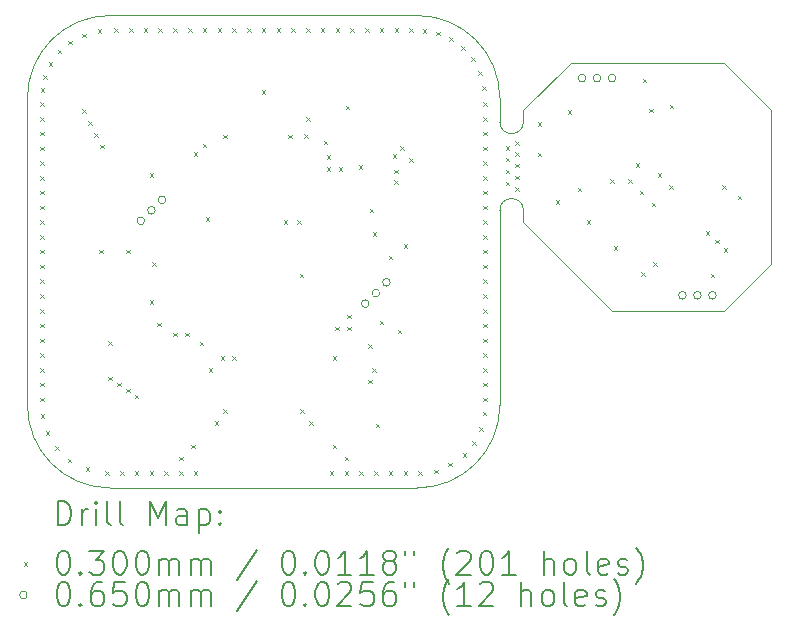
<source format=gbr>
%TF.GenerationSoftware,KiCad,Pcbnew,9.0.3-9.0.3-0~ubuntu24.04.1*%
%TF.CreationDate,2025-07-13T16:36:45+02:00*%
%TF.ProjectId,PCBWatch,50434257-6174-4636-982e-6b696361645f,rev?*%
%TF.SameCoordinates,Original*%
%TF.FileFunction,Drillmap*%
%TF.FilePolarity,Positive*%
%FSLAX45Y45*%
G04 Gerber Fmt 4.5, Leading zero omitted, Abs format (unit mm)*
G04 Created by KiCad (PCBNEW 9.0.3-9.0.3-0~ubuntu24.04.1) date 2025-07-13 16:36:45*
%MOMM*%
%LPD*%
G01*
G04 APERTURE LIST*
%ADD10C,0.050000*%
%ADD11C,0.200000*%
%ADD12C,0.100000*%
G04 APERTURE END LIST*
D10*
X3300000Y0D02*
X700000Y0D01*
X0Y-700000D02*
G75*
G02*
X700000Y0I700000J0D01*
G01*
X4950000Y-2500000D02*
X4200000Y-1750000D01*
X5900000Y-400000D02*
X4600000Y-400000D01*
X4600000Y-400000D02*
X4200000Y-800000D01*
X4000000Y-1650000D02*
G75*
G02*
X4200000Y-1650000I100000J0D01*
G01*
X4000000Y-3300000D02*
G75*
G02*
X3300000Y-4000000I-700000J0D01*
G01*
X3300000Y0D02*
G75*
G02*
X4000000Y-700000I0J-700000D01*
G01*
X700000Y-4000000D02*
X3300000Y-4000000D01*
X0Y-700000D02*
X0Y-3300000D01*
X4000000Y-700000D02*
X4000000Y-900000D01*
X4200000Y-1650000D02*
X4200000Y-1750000D01*
X4200000Y-900000D02*
G75*
G02*
X4000000Y-900000I-100000J0D01*
G01*
X4200000Y-900000D02*
X4200000Y-800000D01*
X5900000Y-2500000D02*
X6300000Y-2100000D01*
X4000000Y-1650000D02*
X4000000Y-3300000D01*
X700000Y-4000000D02*
G75*
G02*
X0Y-3300000I0J700000D01*
G01*
X6300000Y-800000D02*
X5900000Y-400000D01*
X6300000Y-2100000D02*
X6300000Y-800000D01*
X4950000Y-2500000D02*
X5900000Y-2500000D01*
D11*
D12*
X110000Y-735000D02*
X140000Y-765000D01*
X140000Y-735000D02*
X110000Y-765000D01*
X110000Y-860000D02*
X140000Y-890000D01*
X140000Y-860000D02*
X110000Y-890000D01*
X110000Y-985000D02*
X140000Y-1015000D01*
X140000Y-985000D02*
X110000Y-1015000D01*
X110000Y-1110000D02*
X140000Y-1140000D01*
X140000Y-1110000D02*
X110000Y-1140000D01*
X110000Y-1235000D02*
X140000Y-1265000D01*
X140000Y-1235000D02*
X110000Y-1265000D01*
X110000Y-1360000D02*
X140000Y-1390000D01*
X140000Y-1360000D02*
X110000Y-1390000D01*
X110000Y-1485000D02*
X140000Y-1515000D01*
X140000Y-1485000D02*
X110000Y-1515000D01*
X110000Y-1610000D02*
X140000Y-1640000D01*
X140000Y-1610000D02*
X110000Y-1640000D01*
X110000Y-1735000D02*
X140000Y-1765000D01*
X140000Y-1735000D02*
X110000Y-1765000D01*
X110000Y-1860000D02*
X140000Y-1890000D01*
X140000Y-1860000D02*
X110000Y-1890000D01*
X110000Y-1985000D02*
X140000Y-2015000D01*
X140000Y-1985000D02*
X110000Y-2015000D01*
X110000Y-2110000D02*
X140000Y-2140000D01*
X140000Y-2110000D02*
X110000Y-2140000D01*
X110000Y-2235000D02*
X140000Y-2265000D01*
X140000Y-2235000D02*
X110000Y-2265000D01*
X110000Y-2360000D02*
X140000Y-2390000D01*
X140000Y-2360000D02*
X110000Y-2390000D01*
X110000Y-2485000D02*
X140000Y-2515000D01*
X140000Y-2485000D02*
X110000Y-2515000D01*
X110000Y-2610000D02*
X140000Y-2640000D01*
X140000Y-2610000D02*
X110000Y-2640000D01*
X110000Y-2735000D02*
X140000Y-2765000D01*
X140000Y-2735000D02*
X110000Y-2765000D01*
X110000Y-2860000D02*
X140000Y-2890000D01*
X140000Y-2860000D02*
X110000Y-2890000D01*
X110000Y-2985000D02*
X140000Y-3015000D01*
X140000Y-2985000D02*
X110000Y-3015000D01*
X110000Y-3110000D02*
X140000Y-3140000D01*
X140000Y-3110000D02*
X110000Y-3140000D01*
X110000Y-3235000D02*
X140000Y-3265000D01*
X140000Y-3235000D02*
X110000Y-3265000D01*
X112524Y-3375418D02*
X142524Y-3405418D01*
X142524Y-3375418D02*
X112524Y-3405418D01*
X113472Y-616373D02*
X143472Y-646373D01*
X143472Y-616373D02*
X113472Y-646373D01*
X135963Y-506563D02*
X165963Y-536563D01*
X165963Y-506563D02*
X135963Y-536563D01*
X156343Y-3518304D02*
X186343Y-3548304D01*
X186343Y-3518304D02*
X156343Y-3548304D01*
X182269Y-396752D02*
X212269Y-426752D01*
X212269Y-396752D02*
X182269Y-426752D01*
X234454Y-3647854D02*
X264454Y-3677854D01*
X264454Y-3647854D02*
X234454Y-3677854D01*
X257681Y-290911D02*
X287681Y-320911D01*
X287681Y-290911D02*
X257681Y-320911D01*
X343047Y-3754542D02*
X373047Y-3784542D01*
X373047Y-3754542D02*
X343047Y-3784542D01*
X346323Y-212853D02*
X376323Y-242853D01*
X376323Y-212853D02*
X346323Y-242853D01*
X464071Y-153317D02*
X494071Y-183317D01*
X494071Y-153317D02*
X464071Y-183317D01*
X465000Y-795000D02*
X495000Y-825000D01*
X495000Y-795000D02*
X465000Y-825000D01*
X493553Y-3826937D02*
X523553Y-3856937D01*
X523553Y-3826937D02*
X493553Y-3856937D01*
X515000Y-895000D02*
X545000Y-925000D01*
X545000Y-895000D02*
X515000Y-925000D01*
X565000Y-995000D02*
X595000Y-1025000D01*
X595000Y-995000D02*
X565000Y-1025000D01*
X593727Y-117596D02*
X623727Y-147596D01*
X623727Y-117596D02*
X593727Y-147596D01*
X610000Y-1985000D02*
X640000Y-2015000D01*
X640000Y-1985000D02*
X610000Y-2015000D01*
X615000Y-1095000D02*
X645000Y-1125000D01*
X645000Y-1095000D02*
X615000Y-1125000D01*
X660000Y-3860000D02*
X690000Y-3890000D01*
X690000Y-3860000D02*
X660000Y-3890000D01*
X685000Y-2760000D02*
X715000Y-2790000D01*
X715000Y-2760000D02*
X685000Y-2790000D01*
X685000Y-3060000D02*
X715000Y-3090000D01*
X715000Y-3060000D02*
X685000Y-3090000D01*
X735000Y-110000D02*
X765000Y-140000D01*
X765000Y-110000D02*
X735000Y-140000D01*
X760000Y-3110000D02*
X790000Y-3140000D01*
X790000Y-3110000D02*
X760000Y-3140000D01*
X785000Y-3860000D02*
X815000Y-3890000D01*
X815000Y-3860000D02*
X785000Y-3890000D01*
X835000Y-1985000D02*
X865000Y-2015000D01*
X865000Y-1985000D02*
X835000Y-2015000D01*
X835000Y-3160000D02*
X865000Y-3190000D01*
X865000Y-3160000D02*
X835000Y-3190000D01*
X860000Y-110000D02*
X890000Y-140000D01*
X890000Y-110000D02*
X860000Y-140000D01*
X910000Y-3210000D02*
X940000Y-3240000D01*
X940000Y-3210000D02*
X910000Y-3240000D01*
X910000Y-3860000D02*
X940000Y-3890000D01*
X940000Y-3860000D02*
X910000Y-3890000D01*
X985000Y-110000D02*
X1015000Y-140000D01*
X1015000Y-110000D02*
X985000Y-140000D01*
X1035000Y-1335000D02*
X1065000Y-1365000D01*
X1065000Y-1335000D02*
X1035000Y-1365000D01*
X1035000Y-2410000D02*
X1065000Y-2440000D01*
X1065000Y-2410000D02*
X1035000Y-2440000D01*
X1035000Y-3860000D02*
X1065000Y-3890000D01*
X1065000Y-3860000D02*
X1035000Y-3890000D01*
X1054782Y-2089519D02*
X1084782Y-2119519D01*
X1084782Y-2089519D02*
X1054782Y-2119519D01*
X1100958Y-2600958D02*
X1130958Y-2630958D01*
X1130958Y-2600958D02*
X1100958Y-2630958D01*
X1110000Y-110000D02*
X1140000Y-140000D01*
X1140000Y-110000D02*
X1110000Y-140000D01*
X1160000Y-3860000D02*
X1190000Y-3890000D01*
X1190000Y-3860000D02*
X1160000Y-3890000D01*
X1235000Y-110000D02*
X1265000Y-140000D01*
X1265000Y-110000D02*
X1235000Y-140000D01*
X1235000Y-2685000D02*
X1265000Y-2715000D01*
X1265000Y-2685000D02*
X1235000Y-2715000D01*
X1285000Y-3735000D02*
X1315000Y-3765000D01*
X1315000Y-3735000D02*
X1285000Y-3765000D01*
X1285000Y-3860000D02*
X1315000Y-3890000D01*
X1315000Y-3860000D02*
X1285000Y-3890000D01*
X1335000Y-2685000D02*
X1365000Y-2715000D01*
X1365000Y-2685000D02*
X1335000Y-2715000D01*
X1360000Y-110000D02*
X1390000Y-140000D01*
X1390000Y-110000D02*
X1360000Y-140000D01*
X1385000Y-3635000D02*
X1415000Y-3665000D01*
X1415000Y-3635000D02*
X1385000Y-3665000D01*
X1410000Y-1160000D02*
X1440000Y-1190000D01*
X1440000Y-1160000D02*
X1410000Y-1190000D01*
X1410000Y-3860000D02*
X1440000Y-3890000D01*
X1440000Y-3860000D02*
X1410000Y-3890000D01*
X1457470Y-2762896D02*
X1487470Y-2792896D01*
X1487470Y-2762896D02*
X1457470Y-2792896D01*
X1485000Y-110000D02*
X1515000Y-140000D01*
X1515000Y-110000D02*
X1485000Y-140000D01*
X1485000Y-1085000D02*
X1515000Y-1115000D01*
X1515000Y-1085000D02*
X1485000Y-1115000D01*
X1510000Y-1710000D02*
X1540000Y-1740000D01*
X1540000Y-1710000D02*
X1510000Y-1740000D01*
X1535000Y-2985000D02*
X1565000Y-3015000D01*
X1565000Y-2985000D02*
X1535000Y-3015000D01*
X1585000Y-3435000D02*
X1615000Y-3465000D01*
X1615000Y-3435000D02*
X1585000Y-3465000D01*
X1610000Y-110000D02*
X1640000Y-140000D01*
X1640000Y-110000D02*
X1610000Y-140000D01*
X1635000Y-2885000D02*
X1665000Y-2915000D01*
X1665000Y-2885000D02*
X1635000Y-2915000D01*
X1660000Y-1010000D02*
X1690000Y-1040000D01*
X1690000Y-1010000D02*
X1660000Y-1040000D01*
X1660000Y-3335000D02*
X1690000Y-3365000D01*
X1690000Y-3335000D02*
X1660000Y-3365000D01*
X1735000Y-110000D02*
X1765000Y-140000D01*
X1765000Y-110000D02*
X1735000Y-140000D01*
X1735000Y-2885000D02*
X1765000Y-2915000D01*
X1765000Y-2885000D02*
X1735000Y-2915000D01*
X1860000Y-110000D02*
X1890000Y-140000D01*
X1890000Y-110000D02*
X1860000Y-140000D01*
X1985000Y-110000D02*
X2015000Y-140000D01*
X2015000Y-110000D02*
X1985000Y-140000D01*
X1985000Y-635000D02*
X2015000Y-665000D01*
X2015000Y-635000D02*
X1985000Y-665000D01*
X2110000Y-110000D02*
X2140000Y-140000D01*
X2140000Y-110000D02*
X2110000Y-140000D01*
X2170000Y-1735000D02*
X2200000Y-1765000D01*
X2200000Y-1735000D02*
X2170000Y-1765000D01*
X2210000Y-1010000D02*
X2240000Y-1040000D01*
X2240000Y-1010000D02*
X2210000Y-1040000D01*
X2235000Y-110000D02*
X2265000Y-140000D01*
X2265000Y-110000D02*
X2235000Y-140000D01*
X2285000Y-1735000D02*
X2315000Y-1765000D01*
X2315000Y-1735000D02*
X2285000Y-1765000D01*
X2305000Y-2185000D02*
X2335000Y-2215000D01*
X2335000Y-2185000D02*
X2305000Y-2215000D01*
X2310000Y-3335000D02*
X2340000Y-3365000D01*
X2340000Y-3335000D02*
X2310000Y-3365000D01*
X2343221Y-1007644D02*
X2373221Y-1037644D01*
X2373221Y-1007644D02*
X2343221Y-1037644D01*
X2360000Y-110000D02*
X2390000Y-140000D01*
X2390000Y-110000D02*
X2360000Y-140000D01*
X2360000Y-860000D02*
X2390000Y-890000D01*
X2390000Y-860000D02*
X2360000Y-890000D01*
X2385000Y-3435000D02*
X2415000Y-3465000D01*
X2415000Y-3435000D02*
X2385000Y-3465000D01*
X2485000Y-110000D02*
X2515000Y-140000D01*
X2515000Y-110000D02*
X2485000Y-140000D01*
X2510000Y-1060000D02*
X2540000Y-1090000D01*
X2540000Y-1060000D02*
X2510000Y-1090000D01*
X2535000Y-1185000D02*
X2565000Y-1215000D01*
X2565000Y-1185000D02*
X2535000Y-1215000D01*
X2535000Y-1285000D02*
X2565000Y-1315000D01*
X2565000Y-1285000D02*
X2535000Y-1315000D01*
X2560000Y-3860000D02*
X2590000Y-3890000D01*
X2590000Y-3860000D02*
X2560000Y-3890000D01*
X2585000Y-2885000D02*
X2615000Y-2915000D01*
X2615000Y-2885000D02*
X2585000Y-2915000D01*
X2585000Y-3635000D02*
X2615000Y-3665000D01*
X2615000Y-3635000D02*
X2585000Y-3665000D01*
X2606538Y-2634231D02*
X2636538Y-2664231D01*
X2636538Y-2634231D02*
X2606538Y-2664231D01*
X2610000Y-110000D02*
X2640000Y-140000D01*
X2640000Y-110000D02*
X2610000Y-140000D01*
X2635000Y-1285000D02*
X2665000Y-1315000D01*
X2665000Y-1285000D02*
X2635000Y-1315000D01*
X2685000Y-3735000D02*
X2715000Y-3765000D01*
X2715000Y-3735000D02*
X2685000Y-3765000D01*
X2685000Y-3860000D02*
X2715000Y-3890000D01*
X2715000Y-3860000D02*
X2685000Y-3890000D01*
X2695000Y-765000D02*
X2725000Y-795000D01*
X2725000Y-765000D02*
X2695000Y-795000D01*
X2706538Y-2534231D02*
X2736538Y-2564231D01*
X2736538Y-2534231D02*
X2706538Y-2564231D01*
X2706538Y-2634231D02*
X2736538Y-2664231D01*
X2736538Y-2634231D02*
X2706538Y-2664231D01*
X2735000Y-110000D02*
X2765000Y-140000D01*
X2765000Y-110000D02*
X2735000Y-140000D01*
X2804845Y-1269992D02*
X2834845Y-1299992D01*
X2834845Y-1269992D02*
X2804845Y-1299992D01*
X2810000Y-3860000D02*
X2840000Y-3890000D01*
X2840000Y-3860000D02*
X2810000Y-3890000D01*
X2860000Y-110000D02*
X2890000Y-140000D01*
X2890000Y-110000D02*
X2860000Y-140000D01*
X2885000Y-2785000D02*
X2915000Y-2815000D01*
X2915000Y-2785000D02*
X2885000Y-2815000D01*
X2885000Y-3085000D02*
X2915000Y-3115000D01*
X2915000Y-3085000D02*
X2885000Y-3115000D01*
X2900000Y-1635000D02*
X2930000Y-1665000D01*
X2930000Y-1635000D02*
X2900000Y-1665000D01*
X2919953Y-2985000D02*
X2949953Y-3015000D01*
X2949953Y-2985000D02*
X2919953Y-3015000D01*
X2925000Y-1835000D02*
X2955000Y-1865000D01*
X2955000Y-1835000D02*
X2925000Y-1865000D01*
X2935000Y-3860000D02*
X2965000Y-3890000D01*
X2965000Y-3860000D02*
X2935000Y-3890000D01*
X2948729Y-3457042D02*
X2978729Y-3487042D01*
X2978729Y-3457042D02*
X2948729Y-3487042D01*
X2985000Y-110000D02*
X3015000Y-140000D01*
X3015000Y-110000D02*
X2985000Y-140000D01*
X2985000Y-2585000D02*
X3015000Y-2615000D01*
X3015000Y-2585000D02*
X2985000Y-2615000D01*
X3060000Y-2035000D02*
X3090000Y-2065000D01*
X3090000Y-2035000D02*
X3060000Y-2065000D01*
X3060000Y-3860000D02*
X3090000Y-3890000D01*
X3090000Y-3860000D02*
X3060000Y-3890000D01*
X3095000Y-1175000D02*
X3125000Y-1205000D01*
X3125000Y-1175000D02*
X3095000Y-1205000D01*
X3105000Y-1305000D02*
X3135000Y-1335000D01*
X3135000Y-1305000D02*
X3105000Y-1335000D01*
X3105000Y-1395000D02*
X3135000Y-1425000D01*
X3135000Y-1395000D02*
X3105000Y-1425000D01*
X3110000Y-110000D02*
X3140000Y-140000D01*
X3140000Y-110000D02*
X3110000Y-140000D01*
X3135000Y-2660000D02*
X3165000Y-2690000D01*
X3165000Y-2660000D02*
X3135000Y-2690000D01*
X3155000Y-1105000D02*
X3185000Y-1135000D01*
X3185000Y-1105000D02*
X3155000Y-1135000D01*
X3185000Y-1935000D02*
X3215000Y-1965000D01*
X3215000Y-1935000D02*
X3185000Y-1965000D01*
X3185000Y-3860000D02*
X3215000Y-3890000D01*
X3215000Y-3860000D02*
X3185000Y-3890000D01*
X3235000Y-110000D02*
X3265000Y-140000D01*
X3265000Y-110000D02*
X3235000Y-140000D01*
X3235000Y-1210000D02*
X3265000Y-1240000D01*
X3265000Y-1210000D02*
X3235000Y-1240000D01*
X3310000Y-3860000D02*
X3340000Y-3890000D01*
X3340000Y-3860000D02*
X3310000Y-3890000D01*
X3348405Y-115259D02*
X3378405Y-145259D01*
X3378405Y-115259D02*
X3348405Y-145259D01*
X3445000Y-3845000D02*
X3475000Y-3875000D01*
X3475000Y-3845000D02*
X3445000Y-3875000D01*
X3463507Y-136428D02*
X3493507Y-166428D01*
X3493507Y-136428D02*
X3463507Y-166428D01*
X3565000Y-3785000D02*
X3595000Y-3815000D01*
X3595000Y-3785000D02*
X3565000Y-3815000D01*
X3573317Y-185379D02*
X3603317Y-215379D01*
X3603317Y-185379D02*
X3573317Y-215379D01*
X3671221Y-260791D02*
X3701221Y-290791D01*
X3701221Y-260791D02*
X3671221Y-290791D01*
X3685000Y-3705000D02*
X3715000Y-3735000D01*
X3715000Y-3705000D02*
X3685000Y-3735000D01*
X3755894Y-352079D02*
X3785894Y-382079D01*
X3785894Y-352079D02*
X3755894Y-382079D01*
X3765000Y-3605000D02*
X3795000Y-3635000D01*
X3795000Y-3605000D02*
X3765000Y-3635000D01*
X3815429Y-469828D02*
X3845429Y-499828D01*
X3845429Y-469828D02*
X3815429Y-499828D01*
X3825000Y-3485000D02*
X3855000Y-3515000D01*
X3855000Y-3485000D02*
X3825000Y-3515000D01*
X3852474Y-600806D02*
X3882474Y-630806D01*
X3882474Y-600806D02*
X3852474Y-630806D01*
X3855251Y-3356451D02*
X3885251Y-3386451D01*
X3885251Y-3356451D02*
X3855251Y-3386451D01*
X3860000Y-735000D02*
X3890000Y-765000D01*
X3890000Y-735000D02*
X3860000Y-765000D01*
X3860000Y-860000D02*
X3890000Y-890000D01*
X3890000Y-860000D02*
X3860000Y-890000D01*
X3860000Y-985000D02*
X3890000Y-1015000D01*
X3890000Y-985000D02*
X3860000Y-1015000D01*
X3860000Y-1110000D02*
X3890000Y-1140000D01*
X3890000Y-1110000D02*
X3860000Y-1140000D01*
X3860000Y-1235000D02*
X3890000Y-1265000D01*
X3890000Y-1235000D02*
X3860000Y-1265000D01*
X3860000Y-1360000D02*
X3890000Y-1390000D01*
X3890000Y-1360000D02*
X3860000Y-1390000D01*
X3860000Y-1485000D02*
X3890000Y-1515000D01*
X3890000Y-1485000D02*
X3860000Y-1515000D01*
X3860000Y-1610000D02*
X3890000Y-1640000D01*
X3890000Y-1610000D02*
X3860000Y-1640000D01*
X3860000Y-1735000D02*
X3890000Y-1765000D01*
X3890000Y-1735000D02*
X3860000Y-1765000D01*
X3860000Y-1860000D02*
X3890000Y-1890000D01*
X3890000Y-1860000D02*
X3860000Y-1890000D01*
X3860000Y-1985000D02*
X3890000Y-2015000D01*
X3890000Y-1985000D02*
X3860000Y-2015000D01*
X3860000Y-2110000D02*
X3890000Y-2140000D01*
X3890000Y-2110000D02*
X3860000Y-2140000D01*
X3860000Y-2235000D02*
X3890000Y-2265000D01*
X3890000Y-2235000D02*
X3860000Y-2265000D01*
X3860000Y-2360000D02*
X3890000Y-2390000D01*
X3890000Y-2360000D02*
X3860000Y-2390000D01*
X3860000Y-2485000D02*
X3890000Y-2515000D01*
X3890000Y-2485000D02*
X3860000Y-2515000D01*
X3860000Y-2610000D02*
X3890000Y-2640000D01*
X3890000Y-2610000D02*
X3860000Y-2640000D01*
X3860000Y-2735000D02*
X3890000Y-2765000D01*
X3890000Y-2735000D02*
X3860000Y-2765000D01*
X3860000Y-2860000D02*
X3890000Y-2890000D01*
X3890000Y-2860000D02*
X3860000Y-2890000D01*
X3860000Y-2985000D02*
X3890000Y-3015000D01*
X3890000Y-2985000D02*
X3860000Y-3015000D01*
X3860000Y-3110000D02*
X3890000Y-3140000D01*
X3890000Y-3110000D02*
X3860000Y-3140000D01*
X3860000Y-3235000D02*
X3890000Y-3265000D01*
X3890000Y-3235000D02*
X3860000Y-3265000D01*
X4050619Y-1105842D02*
X4080619Y-1135842D01*
X4080619Y-1105842D02*
X4050619Y-1135842D01*
X4050619Y-1205842D02*
X4080619Y-1235842D01*
X4080619Y-1205842D02*
X4050619Y-1235842D01*
X4050619Y-1305842D02*
X4080619Y-1335842D01*
X4080619Y-1305842D02*
X4050619Y-1335842D01*
X4050619Y-1405841D02*
X4080619Y-1435841D01*
X4080619Y-1405841D02*
X4050619Y-1435841D01*
X4131770Y-1454168D02*
X4161770Y-1484168D01*
X4161770Y-1454168D02*
X4131770Y-1484168D01*
X4131823Y-1063754D02*
X4161823Y-1093754D01*
X4161823Y-1063754D02*
X4131823Y-1093754D01*
X4132219Y-1155739D02*
X4162219Y-1185739D01*
X4162219Y-1155739D02*
X4132219Y-1185739D01*
X4132219Y-1255739D02*
X4162219Y-1285739D01*
X4162219Y-1255739D02*
X4132219Y-1285739D01*
X4132219Y-1355739D02*
X4162219Y-1385739D01*
X4162219Y-1355739D02*
X4132219Y-1385739D01*
X4320348Y-904100D02*
X4350348Y-934100D01*
X4350348Y-904100D02*
X4320348Y-934100D01*
X4322516Y-1163388D02*
X4352516Y-1193388D01*
X4352516Y-1163388D02*
X4322516Y-1193388D01*
X4471379Y-1562965D02*
X4501379Y-1592965D01*
X4501379Y-1562965D02*
X4471379Y-1592965D01*
X4576368Y-801368D02*
X4606368Y-831368D01*
X4606368Y-801368D02*
X4576368Y-831368D01*
X4659599Y-1459599D02*
X4689599Y-1489599D01*
X4689599Y-1459599D02*
X4659599Y-1489599D01*
X4735000Y-1735000D02*
X4765000Y-1765000D01*
X4765000Y-1735000D02*
X4735000Y-1765000D01*
X4935000Y-1385000D02*
X4965000Y-1415000D01*
X4965000Y-1385000D02*
X4935000Y-1415000D01*
X4965000Y-1955000D02*
X4995000Y-1985000D01*
X4995000Y-1955000D02*
X4965000Y-1985000D01*
X5085000Y-1385000D02*
X5115000Y-1415000D01*
X5115000Y-1385000D02*
X5085000Y-1415000D01*
X5152427Y-1252427D02*
X5182427Y-1282427D01*
X5182427Y-1252427D02*
X5152427Y-1282427D01*
X5185000Y-1485000D02*
X5215000Y-1515000D01*
X5215000Y-1485000D02*
X5185000Y-1515000D01*
X5195116Y-2174884D02*
X5225116Y-2204884D01*
X5225116Y-2174884D02*
X5195116Y-2204884D01*
X5210000Y-535000D02*
X5240000Y-565000D01*
X5240000Y-535000D02*
X5210000Y-565000D01*
X5265000Y-787995D02*
X5295000Y-817995D01*
X5295000Y-787995D02*
X5265000Y-817995D01*
X5285000Y-1585000D02*
X5315000Y-1615000D01*
X5315000Y-1585000D02*
X5285000Y-1615000D01*
X5300483Y-2089149D02*
X5330483Y-2119149D01*
X5330483Y-2089149D02*
X5300483Y-2119149D01*
X5335000Y-1335000D02*
X5365000Y-1365000D01*
X5365000Y-1335000D02*
X5335000Y-1365000D01*
X5435000Y-1435000D02*
X5465000Y-1465000D01*
X5465000Y-1435000D02*
X5435000Y-1465000D01*
X5438706Y-755711D02*
X5468706Y-785711D01*
X5468706Y-755711D02*
X5438706Y-785711D01*
X5745104Y-1824896D02*
X5775104Y-1854896D01*
X5775104Y-1824896D02*
X5745104Y-1854896D01*
X5785000Y-2185000D02*
X5815000Y-2215000D01*
X5815000Y-2185000D02*
X5785000Y-2215000D01*
X5821965Y-1899772D02*
X5851965Y-1929772D01*
X5851965Y-1899772D02*
X5821965Y-1929772D01*
X5885000Y-1435000D02*
X5915000Y-1465000D01*
X5915000Y-1435000D02*
X5885000Y-1465000D01*
X5894958Y-1972765D02*
X5924958Y-2002765D01*
X5924958Y-1972765D02*
X5894958Y-2002765D01*
X6015000Y-1525000D02*
X6045000Y-1555000D01*
X6045000Y-1525000D02*
X6015000Y-1555000D01*
X992697Y-1739802D02*
G75*
G02*
X927697Y-1739802I-32500J0D01*
G01*
X927697Y-1739802D02*
G75*
G02*
X992697Y-1739802I32500J0D01*
G01*
X1082500Y-1650000D02*
G75*
G02*
X1017500Y-1650000I-32500J0D01*
G01*
X1017500Y-1650000D02*
G75*
G02*
X1082500Y-1650000I32500J0D01*
G01*
X1172303Y-1560197D02*
G75*
G02*
X1107303Y-1560197I-32500J0D01*
G01*
X1107303Y-1560197D02*
G75*
G02*
X1172303Y-1560197I32500J0D01*
G01*
X2892697Y-2439803D02*
G75*
G02*
X2827697Y-2439803I-32500J0D01*
G01*
X2827697Y-2439803D02*
G75*
G02*
X2892697Y-2439803I32500J0D01*
G01*
X2982500Y-2350000D02*
G75*
G02*
X2917500Y-2350000I-32500J0D01*
G01*
X2917500Y-2350000D02*
G75*
G02*
X2982500Y-2350000I32500J0D01*
G01*
X3072303Y-2260198D02*
G75*
G02*
X3007303Y-2260198I-32500J0D01*
G01*
X3007303Y-2260198D02*
G75*
G02*
X3072303Y-2260198I32500J0D01*
G01*
X4728500Y-530159D02*
G75*
G02*
X4663500Y-530159I-32500J0D01*
G01*
X4663500Y-530159D02*
G75*
G02*
X4728500Y-530159I32500J0D01*
G01*
X4855500Y-530159D02*
G75*
G02*
X4790500Y-530159I-32500J0D01*
G01*
X4790500Y-530159D02*
G75*
G02*
X4855500Y-530159I32500J0D01*
G01*
X4982500Y-530159D02*
G75*
G02*
X4917500Y-530159I-32500J0D01*
G01*
X4917500Y-530159D02*
G75*
G02*
X4982500Y-530159I32500J0D01*
G01*
X5578500Y-2369336D02*
G75*
G02*
X5513500Y-2369336I-32500J0D01*
G01*
X5513500Y-2369336D02*
G75*
G02*
X5578500Y-2369336I32500J0D01*
G01*
X5705500Y-2369336D02*
G75*
G02*
X5640500Y-2369336I-32500J0D01*
G01*
X5640500Y-2369336D02*
G75*
G02*
X5705500Y-2369336I32500J0D01*
G01*
X5832500Y-2369336D02*
G75*
G02*
X5767500Y-2369336I-32500J0D01*
G01*
X5767500Y-2369336D02*
G75*
G02*
X5832500Y-2369336I32500J0D01*
G01*
D11*
X258277Y-4313984D02*
X258277Y-4113984D01*
X258277Y-4113984D02*
X305896Y-4113984D01*
X305896Y-4113984D02*
X334467Y-4123508D01*
X334467Y-4123508D02*
X353515Y-4142555D01*
X353515Y-4142555D02*
X363039Y-4161603D01*
X363039Y-4161603D02*
X372562Y-4199698D01*
X372562Y-4199698D02*
X372562Y-4228270D01*
X372562Y-4228270D02*
X363039Y-4266365D01*
X363039Y-4266365D02*
X353515Y-4285412D01*
X353515Y-4285412D02*
X334467Y-4304460D01*
X334467Y-4304460D02*
X305896Y-4313984D01*
X305896Y-4313984D02*
X258277Y-4313984D01*
X458277Y-4313984D02*
X458277Y-4180650D01*
X458277Y-4218746D02*
X467801Y-4199698D01*
X467801Y-4199698D02*
X477324Y-4190174D01*
X477324Y-4190174D02*
X496372Y-4180650D01*
X496372Y-4180650D02*
X515420Y-4180650D01*
X582086Y-4313984D02*
X582086Y-4180650D01*
X582086Y-4113984D02*
X572563Y-4123508D01*
X572563Y-4123508D02*
X582086Y-4133031D01*
X582086Y-4133031D02*
X591610Y-4123508D01*
X591610Y-4123508D02*
X582086Y-4113984D01*
X582086Y-4113984D02*
X582086Y-4133031D01*
X705896Y-4313984D02*
X686848Y-4304460D01*
X686848Y-4304460D02*
X677324Y-4285412D01*
X677324Y-4285412D02*
X677324Y-4113984D01*
X810658Y-4313984D02*
X791610Y-4304460D01*
X791610Y-4304460D02*
X782086Y-4285412D01*
X782086Y-4285412D02*
X782086Y-4113984D01*
X1039229Y-4313984D02*
X1039229Y-4113984D01*
X1039229Y-4113984D02*
X1105896Y-4256841D01*
X1105896Y-4256841D02*
X1172563Y-4113984D01*
X1172563Y-4113984D02*
X1172563Y-4313984D01*
X1353515Y-4313984D02*
X1353515Y-4209222D01*
X1353515Y-4209222D02*
X1343991Y-4190174D01*
X1343991Y-4190174D02*
X1324944Y-4180650D01*
X1324944Y-4180650D02*
X1286848Y-4180650D01*
X1286848Y-4180650D02*
X1267801Y-4190174D01*
X1353515Y-4304460D02*
X1334467Y-4313984D01*
X1334467Y-4313984D02*
X1286848Y-4313984D01*
X1286848Y-4313984D02*
X1267801Y-4304460D01*
X1267801Y-4304460D02*
X1258277Y-4285412D01*
X1258277Y-4285412D02*
X1258277Y-4266365D01*
X1258277Y-4266365D02*
X1267801Y-4247317D01*
X1267801Y-4247317D02*
X1286848Y-4237793D01*
X1286848Y-4237793D02*
X1334467Y-4237793D01*
X1334467Y-4237793D02*
X1353515Y-4228270D01*
X1448753Y-4180650D02*
X1448753Y-4380650D01*
X1448753Y-4190174D02*
X1467801Y-4180650D01*
X1467801Y-4180650D02*
X1505896Y-4180650D01*
X1505896Y-4180650D02*
X1524943Y-4190174D01*
X1524943Y-4190174D02*
X1534467Y-4199698D01*
X1534467Y-4199698D02*
X1543991Y-4218746D01*
X1543991Y-4218746D02*
X1543991Y-4275889D01*
X1543991Y-4275889D02*
X1534467Y-4294936D01*
X1534467Y-4294936D02*
X1524943Y-4304460D01*
X1524943Y-4304460D02*
X1505896Y-4313984D01*
X1505896Y-4313984D02*
X1467801Y-4313984D01*
X1467801Y-4313984D02*
X1448753Y-4304460D01*
X1629705Y-4294936D02*
X1639229Y-4304460D01*
X1639229Y-4304460D02*
X1629705Y-4313984D01*
X1629705Y-4313984D02*
X1620182Y-4304460D01*
X1620182Y-4304460D02*
X1629705Y-4294936D01*
X1629705Y-4294936D02*
X1629705Y-4313984D01*
X1629705Y-4190174D02*
X1639229Y-4199698D01*
X1639229Y-4199698D02*
X1629705Y-4209222D01*
X1629705Y-4209222D02*
X1620182Y-4199698D01*
X1620182Y-4199698D02*
X1629705Y-4190174D01*
X1629705Y-4190174D02*
X1629705Y-4209222D01*
D12*
X-32500Y-4627500D02*
X-2500Y-4657500D01*
X-2500Y-4627500D02*
X-32500Y-4657500D01*
D11*
X296372Y-4533984D02*
X315420Y-4533984D01*
X315420Y-4533984D02*
X334467Y-4543508D01*
X334467Y-4543508D02*
X343991Y-4553031D01*
X343991Y-4553031D02*
X353515Y-4572079D01*
X353515Y-4572079D02*
X363039Y-4610174D01*
X363039Y-4610174D02*
X363039Y-4657793D01*
X363039Y-4657793D02*
X353515Y-4695889D01*
X353515Y-4695889D02*
X343991Y-4714936D01*
X343991Y-4714936D02*
X334467Y-4724460D01*
X334467Y-4724460D02*
X315420Y-4733984D01*
X315420Y-4733984D02*
X296372Y-4733984D01*
X296372Y-4733984D02*
X277324Y-4724460D01*
X277324Y-4724460D02*
X267801Y-4714936D01*
X267801Y-4714936D02*
X258277Y-4695889D01*
X258277Y-4695889D02*
X248753Y-4657793D01*
X248753Y-4657793D02*
X248753Y-4610174D01*
X248753Y-4610174D02*
X258277Y-4572079D01*
X258277Y-4572079D02*
X267801Y-4553031D01*
X267801Y-4553031D02*
X277324Y-4543508D01*
X277324Y-4543508D02*
X296372Y-4533984D01*
X448753Y-4714936D02*
X458277Y-4724460D01*
X458277Y-4724460D02*
X448753Y-4733984D01*
X448753Y-4733984D02*
X439229Y-4724460D01*
X439229Y-4724460D02*
X448753Y-4714936D01*
X448753Y-4714936D02*
X448753Y-4733984D01*
X524944Y-4533984D02*
X648753Y-4533984D01*
X648753Y-4533984D02*
X582086Y-4610174D01*
X582086Y-4610174D02*
X610658Y-4610174D01*
X610658Y-4610174D02*
X629705Y-4619698D01*
X629705Y-4619698D02*
X639229Y-4629222D01*
X639229Y-4629222D02*
X648753Y-4648270D01*
X648753Y-4648270D02*
X648753Y-4695889D01*
X648753Y-4695889D02*
X639229Y-4714936D01*
X639229Y-4714936D02*
X629705Y-4724460D01*
X629705Y-4724460D02*
X610658Y-4733984D01*
X610658Y-4733984D02*
X553515Y-4733984D01*
X553515Y-4733984D02*
X534467Y-4724460D01*
X534467Y-4724460D02*
X524944Y-4714936D01*
X772562Y-4533984D02*
X791610Y-4533984D01*
X791610Y-4533984D02*
X810658Y-4543508D01*
X810658Y-4543508D02*
X820182Y-4553031D01*
X820182Y-4553031D02*
X829705Y-4572079D01*
X829705Y-4572079D02*
X839229Y-4610174D01*
X839229Y-4610174D02*
X839229Y-4657793D01*
X839229Y-4657793D02*
X829705Y-4695889D01*
X829705Y-4695889D02*
X820182Y-4714936D01*
X820182Y-4714936D02*
X810658Y-4724460D01*
X810658Y-4724460D02*
X791610Y-4733984D01*
X791610Y-4733984D02*
X772562Y-4733984D01*
X772562Y-4733984D02*
X753515Y-4724460D01*
X753515Y-4724460D02*
X743991Y-4714936D01*
X743991Y-4714936D02*
X734467Y-4695889D01*
X734467Y-4695889D02*
X724943Y-4657793D01*
X724943Y-4657793D02*
X724943Y-4610174D01*
X724943Y-4610174D02*
X734467Y-4572079D01*
X734467Y-4572079D02*
X743991Y-4553031D01*
X743991Y-4553031D02*
X753515Y-4543508D01*
X753515Y-4543508D02*
X772562Y-4533984D01*
X963039Y-4533984D02*
X982086Y-4533984D01*
X982086Y-4533984D02*
X1001134Y-4543508D01*
X1001134Y-4543508D02*
X1010658Y-4553031D01*
X1010658Y-4553031D02*
X1020182Y-4572079D01*
X1020182Y-4572079D02*
X1029705Y-4610174D01*
X1029705Y-4610174D02*
X1029705Y-4657793D01*
X1029705Y-4657793D02*
X1020182Y-4695889D01*
X1020182Y-4695889D02*
X1010658Y-4714936D01*
X1010658Y-4714936D02*
X1001134Y-4724460D01*
X1001134Y-4724460D02*
X982086Y-4733984D01*
X982086Y-4733984D02*
X963039Y-4733984D01*
X963039Y-4733984D02*
X943991Y-4724460D01*
X943991Y-4724460D02*
X934467Y-4714936D01*
X934467Y-4714936D02*
X924943Y-4695889D01*
X924943Y-4695889D02*
X915420Y-4657793D01*
X915420Y-4657793D02*
X915420Y-4610174D01*
X915420Y-4610174D02*
X924943Y-4572079D01*
X924943Y-4572079D02*
X934467Y-4553031D01*
X934467Y-4553031D02*
X943991Y-4543508D01*
X943991Y-4543508D02*
X963039Y-4533984D01*
X1115420Y-4733984D02*
X1115420Y-4600650D01*
X1115420Y-4619698D02*
X1124944Y-4610174D01*
X1124944Y-4610174D02*
X1143991Y-4600650D01*
X1143991Y-4600650D02*
X1172563Y-4600650D01*
X1172563Y-4600650D02*
X1191610Y-4610174D01*
X1191610Y-4610174D02*
X1201134Y-4629222D01*
X1201134Y-4629222D02*
X1201134Y-4733984D01*
X1201134Y-4629222D02*
X1210658Y-4610174D01*
X1210658Y-4610174D02*
X1229705Y-4600650D01*
X1229705Y-4600650D02*
X1258277Y-4600650D01*
X1258277Y-4600650D02*
X1277325Y-4610174D01*
X1277325Y-4610174D02*
X1286848Y-4629222D01*
X1286848Y-4629222D02*
X1286848Y-4733984D01*
X1382086Y-4733984D02*
X1382086Y-4600650D01*
X1382086Y-4619698D02*
X1391610Y-4610174D01*
X1391610Y-4610174D02*
X1410658Y-4600650D01*
X1410658Y-4600650D02*
X1439229Y-4600650D01*
X1439229Y-4600650D02*
X1458277Y-4610174D01*
X1458277Y-4610174D02*
X1467801Y-4629222D01*
X1467801Y-4629222D02*
X1467801Y-4733984D01*
X1467801Y-4629222D02*
X1477324Y-4610174D01*
X1477324Y-4610174D02*
X1496372Y-4600650D01*
X1496372Y-4600650D02*
X1524943Y-4600650D01*
X1524943Y-4600650D02*
X1543991Y-4610174D01*
X1543991Y-4610174D02*
X1553515Y-4629222D01*
X1553515Y-4629222D02*
X1553515Y-4733984D01*
X1943991Y-4524460D02*
X1772563Y-4781603D01*
X2201134Y-4533984D02*
X2220182Y-4533984D01*
X2220182Y-4533984D02*
X2239229Y-4543508D01*
X2239229Y-4543508D02*
X2248753Y-4553031D01*
X2248753Y-4553031D02*
X2258277Y-4572079D01*
X2258277Y-4572079D02*
X2267801Y-4610174D01*
X2267801Y-4610174D02*
X2267801Y-4657793D01*
X2267801Y-4657793D02*
X2258277Y-4695889D01*
X2258277Y-4695889D02*
X2248753Y-4714936D01*
X2248753Y-4714936D02*
X2239229Y-4724460D01*
X2239229Y-4724460D02*
X2220182Y-4733984D01*
X2220182Y-4733984D02*
X2201134Y-4733984D01*
X2201134Y-4733984D02*
X2182087Y-4724460D01*
X2182087Y-4724460D02*
X2172563Y-4714936D01*
X2172563Y-4714936D02*
X2163039Y-4695889D01*
X2163039Y-4695889D02*
X2153515Y-4657793D01*
X2153515Y-4657793D02*
X2153515Y-4610174D01*
X2153515Y-4610174D02*
X2163039Y-4572079D01*
X2163039Y-4572079D02*
X2172563Y-4553031D01*
X2172563Y-4553031D02*
X2182087Y-4543508D01*
X2182087Y-4543508D02*
X2201134Y-4533984D01*
X2353515Y-4714936D02*
X2363039Y-4724460D01*
X2363039Y-4724460D02*
X2353515Y-4733984D01*
X2353515Y-4733984D02*
X2343991Y-4724460D01*
X2343991Y-4724460D02*
X2353515Y-4714936D01*
X2353515Y-4714936D02*
X2353515Y-4733984D01*
X2486848Y-4533984D02*
X2505896Y-4533984D01*
X2505896Y-4533984D02*
X2524944Y-4543508D01*
X2524944Y-4543508D02*
X2534468Y-4553031D01*
X2534468Y-4553031D02*
X2543991Y-4572079D01*
X2543991Y-4572079D02*
X2553515Y-4610174D01*
X2553515Y-4610174D02*
X2553515Y-4657793D01*
X2553515Y-4657793D02*
X2543991Y-4695889D01*
X2543991Y-4695889D02*
X2534468Y-4714936D01*
X2534468Y-4714936D02*
X2524944Y-4724460D01*
X2524944Y-4724460D02*
X2505896Y-4733984D01*
X2505896Y-4733984D02*
X2486848Y-4733984D01*
X2486848Y-4733984D02*
X2467801Y-4724460D01*
X2467801Y-4724460D02*
X2458277Y-4714936D01*
X2458277Y-4714936D02*
X2448753Y-4695889D01*
X2448753Y-4695889D02*
X2439229Y-4657793D01*
X2439229Y-4657793D02*
X2439229Y-4610174D01*
X2439229Y-4610174D02*
X2448753Y-4572079D01*
X2448753Y-4572079D02*
X2458277Y-4553031D01*
X2458277Y-4553031D02*
X2467801Y-4543508D01*
X2467801Y-4543508D02*
X2486848Y-4533984D01*
X2743991Y-4733984D02*
X2629706Y-4733984D01*
X2686848Y-4733984D02*
X2686848Y-4533984D01*
X2686848Y-4533984D02*
X2667801Y-4562555D01*
X2667801Y-4562555D02*
X2648753Y-4581603D01*
X2648753Y-4581603D02*
X2629706Y-4591127D01*
X2934467Y-4733984D02*
X2820182Y-4733984D01*
X2877325Y-4733984D02*
X2877325Y-4533984D01*
X2877325Y-4533984D02*
X2858277Y-4562555D01*
X2858277Y-4562555D02*
X2839229Y-4581603D01*
X2839229Y-4581603D02*
X2820182Y-4591127D01*
X3048753Y-4619698D02*
X3029706Y-4610174D01*
X3029706Y-4610174D02*
X3020182Y-4600650D01*
X3020182Y-4600650D02*
X3010658Y-4581603D01*
X3010658Y-4581603D02*
X3010658Y-4572079D01*
X3010658Y-4572079D02*
X3020182Y-4553031D01*
X3020182Y-4553031D02*
X3029706Y-4543508D01*
X3029706Y-4543508D02*
X3048753Y-4533984D01*
X3048753Y-4533984D02*
X3086848Y-4533984D01*
X3086848Y-4533984D02*
X3105896Y-4543508D01*
X3105896Y-4543508D02*
X3115420Y-4553031D01*
X3115420Y-4553031D02*
X3124944Y-4572079D01*
X3124944Y-4572079D02*
X3124944Y-4581603D01*
X3124944Y-4581603D02*
X3115420Y-4600650D01*
X3115420Y-4600650D02*
X3105896Y-4610174D01*
X3105896Y-4610174D02*
X3086848Y-4619698D01*
X3086848Y-4619698D02*
X3048753Y-4619698D01*
X3048753Y-4619698D02*
X3029706Y-4629222D01*
X3029706Y-4629222D02*
X3020182Y-4638746D01*
X3020182Y-4638746D02*
X3010658Y-4657793D01*
X3010658Y-4657793D02*
X3010658Y-4695889D01*
X3010658Y-4695889D02*
X3020182Y-4714936D01*
X3020182Y-4714936D02*
X3029706Y-4724460D01*
X3029706Y-4724460D02*
X3048753Y-4733984D01*
X3048753Y-4733984D02*
X3086848Y-4733984D01*
X3086848Y-4733984D02*
X3105896Y-4724460D01*
X3105896Y-4724460D02*
X3115420Y-4714936D01*
X3115420Y-4714936D02*
X3124944Y-4695889D01*
X3124944Y-4695889D02*
X3124944Y-4657793D01*
X3124944Y-4657793D02*
X3115420Y-4638746D01*
X3115420Y-4638746D02*
X3105896Y-4629222D01*
X3105896Y-4629222D02*
X3086848Y-4619698D01*
X3201134Y-4533984D02*
X3201134Y-4572079D01*
X3277325Y-4533984D02*
X3277325Y-4572079D01*
X3572563Y-4810174D02*
X3563039Y-4800650D01*
X3563039Y-4800650D02*
X3543991Y-4772079D01*
X3543991Y-4772079D02*
X3534468Y-4753031D01*
X3534468Y-4753031D02*
X3524944Y-4724460D01*
X3524944Y-4724460D02*
X3515420Y-4676841D01*
X3515420Y-4676841D02*
X3515420Y-4638746D01*
X3515420Y-4638746D02*
X3524944Y-4591127D01*
X3524944Y-4591127D02*
X3534468Y-4562555D01*
X3534468Y-4562555D02*
X3543991Y-4543508D01*
X3543991Y-4543508D02*
X3563039Y-4514936D01*
X3563039Y-4514936D02*
X3572563Y-4505412D01*
X3639229Y-4553031D02*
X3648753Y-4543508D01*
X3648753Y-4543508D02*
X3667801Y-4533984D01*
X3667801Y-4533984D02*
X3715420Y-4533984D01*
X3715420Y-4533984D02*
X3734468Y-4543508D01*
X3734468Y-4543508D02*
X3743991Y-4553031D01*
X3743991Y-4553031D02*
X3753515Y-4572079D01*
X3753515Y-4572079D02*
X3753515Y-4591127D01*
X3753515Y-4591127D02*
X3743991Y-4619698D01*
X3743991Y-4619698D02*
X3629706Y-4733984D01*
X3629706Y-4733984D02*
X3753515Y-4733984D01*
X3877325Y-4533984D02*
X3896372Y-4533984D01*
X3896372Y-4533984D02*
X3915420Y-4543508D01*
X3915420Y-4543508D02*
X3924944Y-4553031D01*
X3924944Y-4553031D02*
X3934468Y-4572079D01*
X3934468Y-4572079D02*
X3943991Y-4610174D01*
X3943991Y-4610174D02*
X3943991Y-4657793D01*
X3943991Y-4657793D02*
X3934468Y-4695889D01*
X3934468Y-4695889D02*
X3924944Y-4714936D01*
X3924944Y-4714936D02*
X3915420Y-4724460D01*
X3915420Y-4724460D02*
X3896372Y-4733984D01*
X3896372Y-4733984D02*
X3877325Y-4733984D01*
X3877325Y-4733984D02*
X3858277Y-4724460D01*
X3858277Y-4724460D02*
X3848753Y-4714936D01*
X3848753Y-4714936D02*
X3839229Y-4695889D01*
X3839229Y-4695889D02*
X3829706Y-4657793D01*
X3829706Y-4657793D02*
X3829706Y-4610174D01*
X3829706Y-4610174D02*
X3839229Y-4572079D01*
X3839229Y-4572079D02*
X3848753Y-4553031D01*
X3848753Y-4553031D02*
X3858277Y-4543508D01*
X3858277Y-4543508D02*
X3877325Y-4533984D01*
X4134468Y-4733984D02*
X4020182Y-4733984D01*
X4077325Y-4733984D02*
X4077325Y-4533984D01*
X4077325Y-4533984D02*
X4058277Y-4562555D01*
X4058277Y-4562555D02*
X4039229Y-4581603D01*
X4039229Y-4581603D02*
X4020182Y-4591127D01*
X4372563Y-4733984D02*
X4372563Y-4533984D01*
X4458277Y-4733984D02*
X4458277Y-4629222D01*
X4458277Y-4629222D02*
X4448753Y-4610174D01*
X4448753Y-4610174D02*
X4429706Y-4600650D01*
X4429706Y-4600650D02*
X4401134Y-4600650D01*
X4401134Y-4600650D02*
X4382087Y-4610174D01*
X4382087Y-4610174D02*
X4372563Y-4619698D01*
X4582087Y-4733984D02*
X4563039Y-4724460D01*
X4563039Y-4724460D02*
X4553515Y-4714936D01*
X4553515Y-4714936D02*
X4543992Y-4695889D01*
X4543992Y-4695889D02*
X4543992Y-4638746D01*
X4543992Y-4638746D02*
X4553515Y-4619698D01*
X4553515Y-4619698D02*
X4563039Y-4610174D01*
X4563039Y-4610174D02*
X4582087Y-4600650D01*
X4582087Y-4600650D02*
X4610658Y-4600650D01*
X4610658Y-4600650D02*
X4629706Y-4610174D01*
X4629706Y-4610174D02*
X4639230Y-4619698D01*
X4639230Y-4619698D02*
X4648753Y-4638746D01*
X4648753Y-4638746D02*
X4648753Y-4695889D01*
X4648753Y-4695889D02*
X4639230Y-4714936D01*
X4639230Y-4714936D02*
X4629706Y-4724460D01*
X4629706Y-4724460D02*
X4610658Y-4733984D01*
X4610658Y-4733984D02*
X4582087Y-4733984D01*
X4763039Y-4733984D02*
X4743992Y-4724460D01*
X4743992Y-4724460D02*
X4734468Y-4705412D01*
X4734468Y-4705412D02*
X4734468Y-4533984D01*
X4915420Y-4724460D02*
X4896373Y-4733984D01*
X4896373Y-4733984D02*
X4858277Y-4733984D01*
X4858277Y-4733984D02*
X4839230Y-4724460D01*
X4839230Y-4724460D02*
X4829706Y-4705412D01*
X4829706Y-4705412D02*
X4829706Y-4629222D01*
X4829706Y-4629222D02*
X4839230Y-4610174D01*
X4839230Y-4610174D02*
X4858277Y-4600650D01*
X4858277Y-4600650D02*
X4896373Y-4600650D01*
X4896373Y-4600650D02*
X4915420Y-4610174D01*
X4915420Y-4610174D02*
X4924944Y-4629222D01*
X4924944Y-4629222D02*
X4924944Y-4648270D01*
X4924944Y-4648270D02*
X4829706Y-4667317D01*
X5001134Y-4724460D02*
X5020182Y-4733984D01*
X5020182Y-4733984D02*
X5058277Y-4733984D01*
X5058277Y-4733984D02*
X5077325Y-4724460D01*
X5077325Y-4724460D02*
X5086849Y-4705412D01*
X5086849Y-4705412D02*
X5086849Y-4695889D01*
X5086849Y-4695889D02*
X5077325Y-4676841D01*
X5077325Y-4676841D02*
X5058277Y-4667317D01*
X5058277Y-4667317D02*
X5029706Y-4667317D01*
X5029706Y-4667317D02*
X5010658Y-4657793D01*
X5010658Y-4657793D02*
X5001134Y-4638746D01*
X5001134Y-4638746D02*
X5001134Y-4629222D01*
X5001134Y-4629222D02*
X5010658Y-4610174D01*
X5010658Y-4610174D02*
X5029706Y-4600650D01*
X5029706Y-4600650D02*
X5058277Y-4600650D01*
X5058277Y-4600650D02*
X5077325Y-4610174D01*
X5153515Y-4810174D02*
X5163039Y-4800650D01*
X5163039Y-4800650D02*
X5182087Y-4772079D01*
X5182087Y-4772079D02*
X5191611Y-4753031D01*
X5191611Y-4753031D02*
X5201134Y-4724460D01*
X5201134Y-4724460D02*
X5210658Y-4676841D01*
X5210658Y-4676841D02*
X5210658Y-4638746D01*
X5210658Y-4638746D02*
X5201134Y-4591127D01*
X5201134Y-4591127D02*
X5191611Y-4562555D01*
X5191611Y-4562555D02*
X5182087Y-4543508D01*
X5182087Y-4543508D02*
X5163039Y-4514936D01*
X5163039Y-4514936D02*
X5153515Y-4505412D01*
D12*
X-2500Y-4906500D02*
G75*
G02*
X-67500Y-4906500I-32500J0D01*
G01*
X-67500Y-4906500D02*
G75*
G02*
X-2500Y-4906500I32500J0D01*
G01*
D11*
X296372Y-4797984D02*
X315420Y-4797984D01*
X315420Y-4797984D02*
X334467Y-4807508D01*
X334467Y-4807508D02*
X343991Y-4817031D01*
X343991Y-4817031D02*
X353515Y-4836079D01*
X353515Y-4836079D02*
X363039Y-4874174D01*
X363039Y-4874174D02*
X363039Y-4921793D01*
X363039Y-4921793D02*
X353515Y-4959889D01*
X353515Y-4959889D02*
X343991Y-4978936D01*
X343991Y-4978936D02*
X334467Y-4988460D01*
X334467Y-4988460D02*
X315420Y-4997984D01*
X315420Y-4997984D02*
X296372Y-4997984D01*
X296372Y-4997984D02*
X277324Y-4988460D01*
X277324Y-4988460D02*
X267801Y-4978936D01*
X267801Y-4978936D02*
X258277Y-4959889D01*
X258277Y-4959889D02*
X248753Y-4921793D01*
X248753Y-4921793D02*
X248753Y-4874174D01*
X248753Y-4874174D02*
X258277Y-4836079D01*
X258277Y-4836079D02*
X267801Y-4817031D01*
X267801Y-4817031D02*
X277324Y-4807508D01*
X277324Y-4807508D02*
X296372Y-4797984D01*
X448753Y-4978936D02*
X458277Y-4988460D01*
X458277Y-4988460D02*
X448753Y-4997984D01*
X448753Y-4997984D02*
X439229Y-4988460D01*
X439229Y-4988460D02*
X448753Y-4978936D01*
X448753Y-4978936D02*
X448753Y-4997984D01*
X629705Y-4797984D02*
X591610Y-4797984D01*
X591610Y-4797984D02*
X572563Y-4807508D01*
X572563Y-4807508D02*
X563039Y-4817031D01*
X563039Y-4817031D02*
X543991Y-4845603D01*
X543991Y-4845603D02*
X534467Y-4883698D01*
X534467Y-4883698D02*
X534467Y-4959889D01*
X534467Y-4959889D02*
X543991Y-4978936D01*
X543991Y-4978936D02*
X553515Y-4988460D01*
X553515Y-4988460D02*
X572563Y-4997984D01*
X572563Y-4997984D02*
X610658Y-4997984D01*
X610658Y-4997984D02*
X629705Y-4988460D01*
X629705Y-4988460D02*
X639229Y-4978936D01*
X639229Y-4978936D02*
X648753Y-4959889D01*
X648753Y-4959889D02*
X648753Y-4912270D01*
X648753Y-4912270D02*
X639229Y-4893222D01*
X639229Y-4893222D02*
X629705Y-4883698D01*
X629705Y-4883698D02*
X610658Y-4874174D01*
X610658Y-4874174D02*
X572563Y-4874174D01*
X572563Y-4874174D02*
X553515Y-4883698D01*
X553515Y-4883698D02*
X543991Y-4893222D01*
X543991Y-4893222D02*
X534467Y-4912270D01*
X829705Y-4797984D02*
X734467Y-4797984D01*
X734467Y-4797984D02*
X724943Y-4893222D01*
X724943Y-4893222D02*
X734467Y-4883698D01*
X734467Y-4883698D02*
X753515Y-4874174D01*
X753515Y-4874174D02*
X801134Y-4874174D01*
X801134Y-4874174D02*
X820182Y-4883698D01*
X820182Y-4883698D02*
X829705Y-4893222D01*
X829705Y-4893222D02*
X839229Y-4912270D01*
X839229Y-4912270D02*
X839229Y-4959889D01*
X839229Y-4959889D02*
X829705Y-4978936D01*
X829705Y-4978936D02*
X820182Y-4988460D01*
X820182Y-4988460D02*
X801134Y-4997984D01*
X801134Y-4997984D02*
X753515Y-4997984D01*
X753515Y-4997984D02*
X734467Y-4988460D01*
X734467Y-4988460D02*
X724943Y-4978936D01*
X963039Y-4797984D02*
X982086Y-4797984D01*
X982086Y-4797984D02*
X1001134Y-4807508D01*
X1001134Y-4807508D02*
X1010658Y-4817031D01*
X1010658Y-4817031D02*
X1020182Y-4836079D01*
X1020182Y-4836079D02*
X1029705Y-4874174D01*
X1029705Y-4874174D02*
X1029705Y-4921793D01*
X1029705Y-4921793D02*
X1020182Y-4959889D01*
X1020182Y-4959889D02*
X1010658Y-4978936D01*
X1010658Y-4978936D02*
X1001134Y-4988460D01*
X1001134Y-4988460D02*
X982086Y-4997984D01*
X982086Y-4997984D02*
X963039Y-4997984D01*
X963039Y-4997984D02*
X943991Y-4988460D01*
X943991Y-4988460D02*
X934467Y-4978936D01*
X934467Y-4978936D02*
X924943Y-4959889D01*
X924943Y-4959889D02*
X915420Y-4921793D01*
X915420Y-4921793D02*
X915420Y-4874174D01*
X915420Y-4874174D02*
X924943Y-4836079D01*
X924943Y-4836079D02*
X934467Y-4817031D01*
X934467Y-4817031D02*
X943991Y-4807508D01*
X943991Y-4807508D02*
X963039Y-4797984D01*
X1115420Y-4997984D02*
X1115420Y-4864650D01*
X1115420Y-4883698D02*
X1124944Y-4874174D01*
X1124944Y-4874174D02*
X1143991Y-4864650D01*
X1143991Y-4864650D02*
X1172563Y-4864650D01*
X1172563Y-4864650D02*
X1191610Y-4874174D01*
X1191610Y-4874174D02*
X1201134Y-4893222D01*
X1201134Y-4893222D02*
X1201134Y-4997984D01*
X1201134Y-4893222D02*
X1210658Y-4874174D01*
X1210658Y-4874174D02*
X1229705Y-4864650D01*
X1229705Y-4864650D02*
X1258277Y-4864650D01*
X1258277Y-4864650D02*
X1277325Y-4874174D01*
X1277325Y-4874174D02*
X1286848Y-4893222D01*
X1286848Y-4893222D02*
X1286848Y-4997984D01*
X1382086Y-4997984D02*
X1382086Y-4864650D01*
X1382086Y-4883698D02*
X1391610Y-4874174D01*
X1391610Y-4874174D02*
X1410658Y-4864650D01*
X1410658Y-4864650D02*
X1439229Y-4864650D01*
X1439229Y-4864650D02*
X1458277Y-4874174D01*
X1458277Y-4874174D02*
X1467801Y-4893222D01*
X1467801Y-4893222D02*
X1467801Y-4997984D01*
X1467801Y-4893222D02*
X1477324Y-4874174D01*
X1477324Y-4874174D02*
X1496372Y-4864650D01*
X1496372Y-4864650D02*
X1524943Y-4864650D01*
X1524943Y-4864650D02*
X1543991Y-4874174D01*
X1543991Y-4874174D02*
X1553515Y-4893222D01*
X1553515Y-4893222D02*
X1553515Y-4997984D01*
X1943991Y-4788460D02*
X1772563Y-5045603D01*
X2201134Y-4797984D02*
X2220182Y-4797984D01*
X2220182Y-4797984D02*
X2239229Y-4807508D01*
X2239229Y-4807508D02*
X2248753Y-4817031D01*
X2248753Y-4817031D02*
X2258277Y-4836079D01*
X2258277Y-4836079D02*
X2267801Y-4874174D01*
X2267801Y-4874174D02*
X2267801Y-4921793D01*
X2267801Y-4921793D02*
X2258277Y-4959889D01*
X2258277Y-4959889D02*
X2248753Y-4978936D01*
X2248753Y-4978936D02*
X2239229Y-4988460D01*
X2239229Y-4988460D02*
X2220182Y-4997984D01*
X2220182Y-4997984D02*
X2201134Y-4997984D01*
X2201134Y-4997984D02*
X2182087Y-4988460D01*
X2182087Y-4988460D02*
X2172563Y-4978936D01*
X2172563Y-4978936D02*
X2163039Y-4959889D01*
X2163039Y-4959889D02*
X2153515Y-4921793D01*
X2153515Y-4921793D02*
X2153515Y-4874174D01*
X2153515Y-4874174D02*
X2163039Y-4836079D01*
X2163039Y-4836079D02*
X2172563Y-4817031D01*
X2172563Y-4817031D02*
X2182087Y-4807508D01*
X2182087Y-4807508D02*
X2201134Y-4797984D01*
X2353515Y-4978936D02*
X2363039Y-4988460D01*
X2363039Y-4988460D02*
X2353515Y-4997984D01*
X2353515Y-4997984D02*
X2343991Y-4988460D01*
X2343991Y-4988460D02*
X2353515Y-4978936D01*
X2353515Y-4978936D02*
X2353515Y-4997984D01*
X2486848Y-4797984D02*
X2505896Y-4797984D01*
X2505896Y-4797984D02*
X2524944Y-4807508D01*
X2524944Y-4807508D02*
X2534468Y-4817031D01*
X2534468Y-4817031D02*
X2543991Y-4836079D01*
X2543991Y-4836079D02*
X2553515Y-4874174D01*
X2553515Y-4874174D02*
X2553515Y-4921793D01*
X2553515Y-4921793D02*
X2543991Y-4959889D01*
X2543991Y-4959889D02*
X2534468Y-4978936D01*
X2534468Y-4978936D02*
X2524944Y-4988460D01*
X2524944Y-4988460D02*
X2505896Y-4997984D01*
X2505896Y-4997984D02*
X2486848Y-4997984D01*
X2486848Y-4997984D02*
X2467801Y-4988460D01*
X2467801Y-4988460D02*
X2458277Y-4978936D01*
X2458277Y-4978936D02*
X2448753Y-4959889D01*
X2448753Y-4959889D02*
X2439229Y-4921793D01*
X2439229Y-4921793D02*
X2439229Y-4874174D01*
X2439229Y-4874174D02*
X2448753Y-4836079D01*
X2448753Y-4836079D02*
X2458277Y-4817031D01*
X2458277Y-4817031D02*
X2467801Y-4807508D01*
X2467801Y-4807508D02*
X2486848Y-4797984D01*
X2629706Y-4817031D02*
X2639229Y-4807508D01*
X2639229Y-4807508D02*
X2658277Y-4797984D01*
X2658277Y-4797984D02*
X2705896Y-4797984D01*
X2705896Y-4797984D02*
X2724944Y-4807508D01*
X2724944Y-4807508D02*
X2734468Y-4817031D01*
X2734468Y-4817031D02*
X2743991Y-4836079D01*
X2743991Y-4836079D02*
X2743991Y-4855127D01*
X2743991Y-4855127D02*
X2734468Y-4883698D01*
X2734468Y-4883698D02*
X2620182Y-4997984D01*
X2620182Y-4997984D02*
X2743991Y-4997984D01*
X2924944Y-4797984D02*
X2829706Y-4797984D01*
X2829706Y-4797984D02*
X2820182Y-4893222D01*
X2820182Y-4893222D02*
X2829706Y-4883698D01*
X2829706Y-4883698D02*
X2848753Y-4874174D01*
X2848753Y-4874174D02*
X2896372Y-4874174D01*
X2896372Y-4874174D02*
X2915420Y-4883698D01*
X2915420Y-4883698D02*
X2924944Y-4893222D01*
X2924944Y-4893222D02*
X2934467Y-4912270D01*
X2934467Y-4912270D02*
X2934467Y-4959889D01*
X2934467Y-4959889D02*
X2924944Y-4978936D01*
X2924944Y-4978936D02*
X2915420Y-4988460D01*
X2915420Y-4988460D02*
X2896372Y-4997984D01*
X2896372Y-4997984D02*
X2848753Y-4997984D01*
X2848753Y-4997984D02*
X2829706Y-4988460D01*
X2829706Y-4988460D02*
X2820182Y-4978936D01*
X3105896Y-4797984D02*
X3067801Y-4797984D01*
X3067801Y-4797984D02*
X3048753Y-4807508D01*
X3048753Y-4807508D02*
X3039229Y-4817031D01*
X3039229Y-4817031D02*
X3020182Y-4845603D01*
X3020182Y-4845603D02*
X3010658Y-4883698D01*
X3010658Y-4883698D02*
X3010658Y-4959889D01*
X3010658Y-4959889D02*
X3020182Y-4978936D01*
X3020182Y-4978936D02*
X3029706Y-4988460D01*
X3029706Y-4988460D02*
X3048753Y-4997984D01*
X3048753Y-4997984D02*
X3086848Y-4997984D01*
X3086848Y-4997984D02*
X3105896Y-4988460D01*
X3105896Y-4988460D02*
X3115420Y-4978936D01*
X3115420Y-4978936D02*
X3124944Y-4959889D01*
X3124944Y-4959889D02*
X3124944Y-4912270D01*
X3124944Y-4912270D02*
X3115420Y-4893222D01*
X3115420Y-4893222D02*
X3105896Y-4883698D01*
X3105896Y-4883698D02*
X3086848Y-4874174D01*
X3086848Y-4874174D02*
X3048753Y-4874174D01*
X3048753Y-4874174D02*
X3029706Y-4883698D01*
X3029706Y-4883698D02*
X3020182Y-4893222D01*
X3020182Y-4893222D02*
X3010658Y-4912270D01*
X3201134Y-4797984D02*
X3201134Y-4836079D01*
X3277325Y-4797984D02*
X3277325Y-4836079D01*
X3572563Y-5074174D02*
X3563039Y-5064650D01*
X3563039Y-5064650D02*
X3543991Y-5036079D01*
X3543991Y-5036079D02*
X3534468Y-5017031D01*
X3534468Y-5017031D02*
X3524944Y-4988460D01*
X3524944Y-4988460D02*
X3515420Y-4940841D01*
X3515420Y-4940841D02*
X3515420Y-4902746D01*
X3515420Y-4902746D02*
X3524944Y-4855127D01*
X3524944Y-4855127D02*
X3534468Y-4826555D01*
X3534468Y-4826555D02*
X3543991Y-4807508D01*
X3543991Y-4807508D02*
X3563039Y-4778936D01*
X3563039Y-4778936D02*
X3572563Y-4769412D01*
X3753515Y-4997984D02*
X3639229Y-4997984D01*
X3696372Y-4997984D02*
X3696372Y-4797984D01*
X3696372Y-4797984D02*
X3677325Y-4826555D01*
X3677325Y-4826555D02*
X3658277Y-4845603D01*
X3658277Y-4845603D02*
X3639229Y-4855127D01*
X3829706Y-4817031D02*
X3839229Y-4807508D01*
X3839229Y-4807508D02*
X3858277Y-4797984D01*
X3858277Y-4797984D02*
X3905896Y-4797984D01*
X3905896Y-4797984D02*
X3924944Y-4807508D01*
X3924944Y-4807508D02*
X3934468Y-4817031D01*
X3934468Y-4817031D02*
X3943991Y-4836079D01*
X3943991Y-4836079D02*
X3943991Y-4855127D01*
X3943991Y-4855127D02*
X3934468Y-4883698D01*
X3934468Y-4883698D02*
X3820182Y-4997984D01*
X3820182Y-4997984D02*
X3943991Y-4997984D01*
X4182087Y-4997984D02*
X4182087Y-4797984D01*
X4267801Y-4997984D02*
X4267801Y-4893222D01*
X4267801Y-4893222D02*
X4258277Y-4874174D01*
X4258277Y-4874174D02*
X4239230Y-4864650D01*
X4239230Y-4864650D02*
X4210658Y-4864650D01*
X4210658Y-4864650D02*
X4191610Y-4874174D01*
X4191610Y-4874174D02*
X4182087Y-4883698D01*
X4391611Y-4997984D02*
X4372563Y-4988460D01*
X4372563Y-4988460D02*
X4363039Y-4978936D01*
X4363039Y-4978936D02*
X4353515Y-4959889D01*
X4353515Y-4959889D02*
X4353515Y-4902746D01*
X4353515Y-4902746D02*
X4363039Y-4883698D01*
X4363039Y-4883698D02*
X4372563Y-4874174D01*
X4372563Y-4874174D02*
X4391611Y-4864650D01*
X4391611Y-4864650D02*
X4420182Y-4864650D01*
X4420182Y-4864650D02*
X4439230Y-4874174D01*
X4439230Y-4874174D02*
X4448753Y-4883698D01*
X4448753Y-4883698D02*
X4458277Y-4902746D01*
X4458277Y-4902746D02*
X4458277Y-4959889D01*
X4458277Y-4959889D02*
X4448753Y-4978936D01*
X4448753Y-4978936D02*
X4439230Y-4988460D01*
X4439230Y-4988460D02*
X4420182Y-4997984D01*
X4420182Y-4997984D02*
X4391611Y-4997984D01*
X4572563Y-4997984D02*
X4553515Y-4988460D01*
X4553515Y-4988460D02*
X4543992Y-4969412D01*
X4543992Y-4969412D02*
X4543992Y-4797984D01*
X4724944Y-4988460D02*
X4705896Y-4997984D01*
X4705896Y-4997984D02*
X4667801Y-4997984D01*
X4667801Y-4997984D02*
X4648753Y-4988460D01*
X4648753Y-4988460D02*
X4639230Y-4969412D01*
X4639230Y-4969412D02*
X4639230Y-4893222D01*
X4639230Y-4893222D02*
X4648753Y-4874174D01*
X4648753Y-4874174D02*
X4667801Y-4864650D01*
X4667801Y-4864650D02*
X4705896Y-4864650D01*
X4705896Y-4864650D02*
X4724944Y-4874174D01*
X4724944Y-4874174D02*
X4734468Y-4893222D01*
X4734468Y-4893222D02*
X4734468Y-4912270D01*
X4734468Y-4912270D02*
X4639230Y-4931317D01*
X4810658Y-4988460D02*
X4829706Y-4997984D01*
X4829706Y-4997984D02*
X4867801Y-4997984D01*
X4867801Y-4997984D02*
X4886849Y-4988460D01*
X4886849Y-4988460D02*
X4896373Y-4969412D01*
X4896373Y-4969412D02*
X4896373Y-4959889D01*
X4896373Y-4959889D02*
X4886849Y-4940841D01*
X4886849Y-4940841D02*
X4867801Y-4931317D01*
X4867801Y-4931317D02*
X4839230Y-4931317D01*
X4839230Y-4931317D02*
X4820182Y-4921793D01*
X4820182Y-4921793D02*
X4810658Y-4902746D01*
X4810658Y-4902746D02*
X4810658Y-4893222D01*
X4810658Y-4893222D02*
X4820182Y-4874174D01*
X4820182Y-4874174D02*
X4839230Y-4864650D01*
X4839230Y-4864650D02*
X4867801Y-4864650D01*
X4867801Y-4864650D02*
X4886849Y-4874174D01*
X4963039Y-5074174D02*
X4972563Y-5064650D01*
X4972563Y-5064650D02*
X4991611Y-5036079D01*
X4991611Y-5036079D02*
X5001134Y-5017031D01*
X5001134Y-5017031D02*
X5010658Y-4988460D01*
X5010658Y-4988460D02*
X5020182Y-4940841D01*
X5020182Y-4940841D02*
X5020182Y-4902746D01*
X5020182Y-4902746D02*
X5010658Y-4855127D01*
X5010658Y-4855127D02*
X5001134Y-4826555D01*
X5001134Y-4826555D02*
X4991611Y-4807508D01*
X4991611Y-4807508D02*
X4972563Y-4778936D01*
X4972563Y-4778936D02*
X4963039Y-4769412D01*
M02*

</source>
